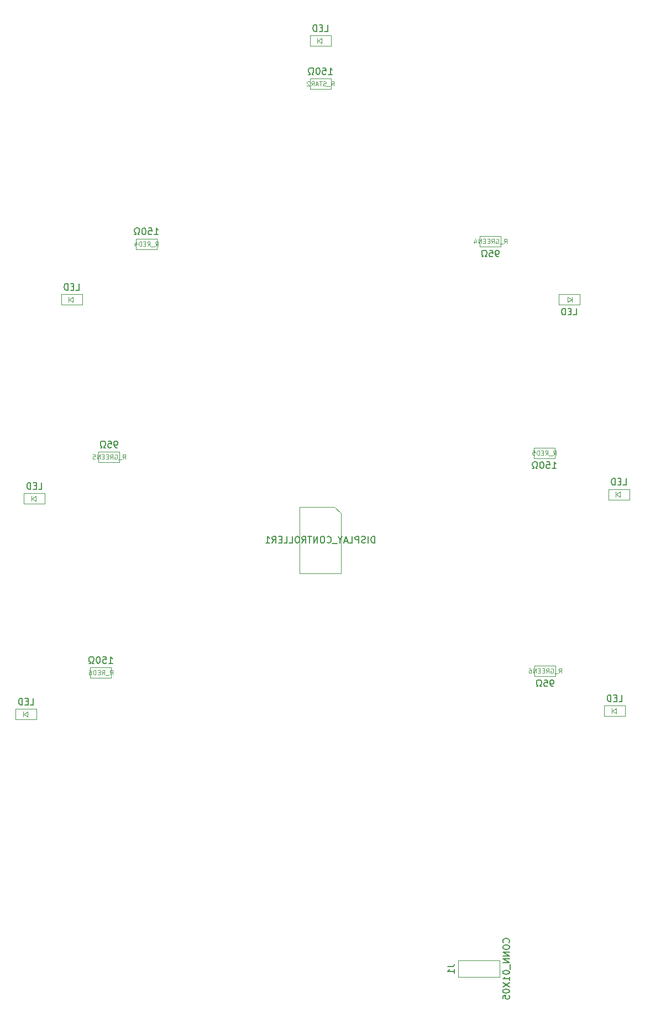
<source format=gbr>
G04 #@! TF.FileFunction,Other,Fab,Bot*
%FSLAX46Y46*%
G04 Gerber Fmt 4.6, Leading zero omitted, Abs format (unit mm)*
G04 Created by KiCad (PCBNEW 4.0.6) date Wednesday, September 13, 2017 'PMt' 07:39:43 PM*
%MOMM*%
%LPD*%
G01*
G04 APERTURE LIST*
%ADD10C,0.100000*%
%ADD11C,0.150000*%
%ADD12C,0.105000*%
G04 APERTURE END LIST*
D10*
X97425000Y-96520000D02*
X92075000Y-96520000D01*
X92075000Y-96520000D02*
X92075000Y-106680000D01*
X92075000Y-106680000D02*
X98425000Y-106680000D01*
X98425000Y-106680000D02*
X98425000Y-97520000D01*
X98425000Y-97520000D02*
X97425000Y-96520000D01*
X133750000Y-64770000D02*
X133150000Y-64370000D01*
X133150000Y-64370000D02*
X133150000Y-65170000D01*
X133150000Y-65170000D02*
X133750000Y-64770000D01*
X133800000Y-64370000D02*
X133800000Y-65170000D01*
X134950000Y-65570000D02*
X134950000Y-63970000D01*
X131750000Y-65570000D02*
X134950000Y-65570000D01*
X131750000Y-63970000D02*
X131750000Y-65570000D01*
X134950000Y-63970000D02*
X131750000Y-63970000D01*
X51035000Y-95250000D02*
X51635000Y-95650000D01*
X51635000Y-95650000D02*
X51635000Y-94850000D01*
X51635000Y-94850000D02*
X51035000Y-95250000D01*
X50985000Y-95650000D02*
X50985000Y-94850000D01*
X49835000Y-94450000D02*
X49835000Y-96050000D01*
X53035000Y-94450000D02*
X49835000Y-94450000D01*
X53035000Y-96050000D02*
X53035000Y-94450000D01*
X49835000Y-96050000D02*
X53035000Y-96050000D01*
X139935000Y-127762000D02*
X140535000Y-128162000D01*
X140535000Y-128162000D02*
X140535000Y-127362000D01*
X140535000Y-127362000D02*
X139935000Y-127762000D01*
X139885000Y-128162000D02*
X139885000Y-127362000D01*
X138735000Y-126962000D02*
X138735000Y-128562000D01*
X141935000Y-126962000D02*
X138735000Y-126962000D01*
X141935000Y-128562000D02*
X141935000Y-126962000D01*
X138735000Y-128562000D02*
X141935000Y-128562000D01*
X116332000Y-165989000D02*
X122682000Y-165989000D01*
X122682000Y-165989000D02*
X122682000Y-168529000D01*
X122682000Y-168529000D02*
X116332000Y-168529000D01*
X116332000Y-168529000D02*
X116332000Y-165989000D01*
X56750000Y-64770000D02*
X57350000Y-65170000D01*
X57350000Y-65170000D02*
X57350000Y-64370000D01*
X57350000Y-64370000D02*
X56750000Y-64770000D01*
X56700000Y-65170000D02*
X56700000Y-64370000D01*
X55550000Y-63970000D02*
X55550000Y-65570000D01*
X58750000Y-63970000D02*
X55550000Y-63970000D01*
X58750000Y-65570000D02*
X58750000Y-63970000D01*
X55550000Y-65570000D02*
X58750000Y-65570000D01*
X140570000Y-94615000D02*
X141170000Y-95015000D01*
X141170000Y-95015000D02*
X141170000Y-94215000D01*
X141170000Y-94215000D02*
X140570000Y-94615000D01*
X140520000Y-95015000D02*
X140520000Y-94215000D01*
X139370000Y-93815000D02*
X139370000Y-95415000D01*
X142570000Y-93815000D02*
X139370000Y-93815000D01*
X142570000Y-95415000D02*
X142570000Y-93815000D01*
X139370000Y-95415000D02*
X142570000Y-95415000D01*
X49765000Y-128270000D02*
X50365000Y-128670000D01*
X50365000Y-128670000D02*
X50365000Y-127870000D01*
X50365000Y-127870000D02*
X49765000Y-128270000D01*
X49715000Y-128670000D02*
X49715000Y-127870000D01*
X48565000Y-127470000D02*
X48565000Y-129070000D01*
X51765000Y-127470000D02*
X48565000Y-127470000D01*
X51765000Y-129070000D02*
X51765000Y-127470000D01*
X48565000Y-129070000D02*
X51765000Y-129070000D01*
X122885000Y-56680000D02*
X122885000Y-55080000D01*
X119685000Y-56680000D02*
X122885000Y-56680000D01*
X119685000Y-55080000D02*
X119685000Y-56680000D01*
X122885000Y-55080000D02*
X119685000Y-55080000D01*
X61265000Y-88100000D02*
X61265000Y-89700000D01*
X64465000Y-88100000D02*
X61265000Y-88100000D01*
X64465000Y-89700000D02*
X64465000Y-88100000D01*
X61265000Y-89700000D02*
X64465000Y-89700000D01*
X131267000Y-122466000D02*
X131267000Y-120866000D01*
X128067000Y-122466000D02*
X131267000Y-122466000D01*
X128067000Y-120866000D02*
X128067000Y-122466000D01*
X131267000Y-120866000D02*
X128067000Y-120866000D01*
X66980000Y-55461000D02*
X66980000Y-57061000D01*
X70180000Y-55461000D02*
X66980000Y-55461000D01*
X70180000Y-57061000D02*
X70180000Y-55461000D01*
X66980000Y-57061000D02*
X70180000Y-57061000D01*
X131140000Y-89065000D02*
X131140000Y-87465000D01*
X127940000Y-89065000D02*
X131140000Y-89065000D01*
X127940000Y-87465000D02*
X127940000Y-89065000D01*
X131140000Y-87465000D02*
X127940000Y-87465000D01*
X59995000Y-121120000D02*
X59995000Y-122720000D01*
X63195000Y-121120000D02*
X59995000Y-121120000D01*
X63195000Y-122720000D02*
X63195000Y-121120000D01*
X59995000Y-122720000D02*
X63195000Y-122720000D01*
X93650000Y-30950000D02*
X93650000Y-32550000D01*
X96850000Y-30950000D02*
X93650000Y-30950000D01*
X96850000Y-32550000D02*
X96850000Y-30950000D01*
X93650000Y-32550000D02*
X96850000Y-32550000D01*
X94850000Y-25146000D02*
X95450000Y-25546000D01*
X95450000Y-25546000D02*
X95450000Y-24746000D01*
X95450000Y-24746000D02*
X94850000Y-25146000D01*
X94800000Y-25546000D02*
X94800000Y-24746000D01*
X93650000Y-24346000D02*
X93650000Y-25946000D01*
X96850000Y-24346000D02*
X93650000Y-24346000D01*
X96850000Y-25946000D02*
X96850000Y-24346000D01*
X93650000Y-25946000D02*
X96850000Y-25946000D01*
D11*
X103559524Y-102052381D02*
X103559524Y-101052381D01*
X103321429Y-101052381D01*
X103178571Y-101100000D01*
X103083333Y-101195238D01*
X103035714Y-101290476D01*
X102988095Y-101480952D01*
X102988095Y-101623810D01*
X103035714Y-101814286D01*
X103083333Y-101909524D01*
X103178571Y-102004762D01*
X103321429Y-102052381D01*
X103559524Y-102052381D01*
X102559524Y-102052381D02*
X102559524Y-101052381D01*
X102130953Y-102004762D02*
X101988096Y-102052381D01*
X101750000Y-102052381D01*
X101654762Y-102004762D01*
X101607143Y-101957143D01*
X101559524Y-101861905D01*
X101559524Y-101766667D01*
X101607143Y-101671429D01*
X101654762Y-101623810D01*
X101750000Y-101576190D01*
X101940477Y-101528571D01*
X102035715Y-101480952D01*
X102083334Y-101433333D01*
X102130953Y-101338095D01*
X102130953Y-101242857D01*
X102083334Y-101147619D01*
X102035715Y-101100000D01*
X101940477Y-101052381D01*
X101702381Y-101052381D01*
X101559524Y-101100000D01*
X101130953Y-102052381D02*
X101130953Y-101052381D01*
X100750000Y-101052381D01*
X100654762Y-101100000D01*
X100607143Y-101147619D01*
X100559524Y-101242857D01*
X100559524Y-101385714D01*
X100607143Y-101480952D01*
X100654762Y-101528571D01*
X100750000Y-101576190D01*
X101130953Y-101576190D01*
X99654762Y-102052381D02*
X100130953Y-102052381D01*
X100130953Y-101052381D01*
X99369048Y-101766667D02*
X98892857Y-101766667D01*
X99464286Y-102052381D02*
X99130953Y-101052381D01*
X98797619Y-102052381D01*
X98273810Y-101576190D02*
X98273810Y-102052381D01*
X98607143Y-101052381D02*
X98273810Y-101576190D01*
X97940476Y-101052381D01*
X97845238Y-102147619D02*
X97083333Y-102147619D01*
X96273809Y-101957143D02*
X96321428Y-102004762D01*
X96464285Y-102052381D01*
X96559523Y-102052381D01*
X96702381Y-102004762D01*
X96797619Y-101909524D01*
X96845238Y-101814286D01*
X96892857Y-101623810D01*
X96892857Y-101480952D01*
X96845238Y-101290476D01*
X96797619Y-101195238D01*
X96702381Y-101100000D01*
X96559523Y-101052381D01*
X96464285Y-101052381D01*
X96321428Y-101100000D01*
X96273809Y-101147619D01*
X95654762Y-101052381D02*
X95464285Y-101052381D01*
X95369047Y-101100000D01*
X95273809Y-101195238D01*
X95226190Y-101385714D01*
X95226190Y-101719048D01*
X95273809Y-101909524D01*
X95369047Y-102004762D01*
X95464285Y-102052381D01*
X95654762Y-102052381D01*
X95750000Y-102004762D01*
X95845238Y-101909524D01*
X95892857Y-101719048D01*
X95892857Y-101385714D01*
X95845238Y-101195238D01*
X95750000Y-101100000D01*
X95654762Y-101052381D01*
X94797619Y-102052381D02*
X94797619Y-101052381D01*
X94226190Y-102052381D01*
X94226190Y-101052381D01*
X93892857Y-101052381D02*
X93321428Y-101052381D01*
X93607143Y-102052381D02*
X93607143Y-101052381D01*
X92416666Y-102052381D02*
X92750000Y-101576190D01*
X92988095Y-102052381D02*
X92988095Y-101052381D01*
X92607142Y-101052381D01*
X92511904Y-101100000D01*
X92464285Y-101147619D01*
X92416666Y-101242857D01*
X92416666Y-101385714D01*
X92464285Y-101480952D01*
X92511904Y-101528571D01*
X92607142Y-101576190D01*
X92988095Y-101576190D01*
X91797619Y-101052381D02*
X91607142Y-101052381D01*
X91511904Y-101100000D01*
X91416666Y-101195238D01*
X91369047Y-101385714D01*
X91369047Y-101719048D01*
X91416666Y-101909524D01*
X91511904Y-102004762D01*
X91607142Y-102052381D01*
X91797619Y-102052381D01*
X91892857Y-102004762D01*
X91988095Y-101909524D01*
X92035714Y-101719048D01*
X92035714Y-101385714D01*
X91988095Y-101195238D01*
X91892857Y-101100000D01*
X91797619Y-101052381D01*
X90464285Y-102052381D02*
X90940476Y-102052381D01*
X90940476Y-101052381D01*
X89654761Y-102052381D02*
X90130952Y-102052381D01*
X90130952Y-101052381D01*
X89321428Y-101528571D02*
X88988094Y-101528571D01*
X88845237Y-102052381D02*
X89321428Y-102052381D01*
X89321428Y-101052381D01*
X88845237Y-101052381D01*
X87845237Y-102052381D02*
X88178571Y-101576190D01*
X88416666Y-102052381D02*
X88416666Y-101052381D01*
X88035713Y-101052381D01*
X87940475Y-101100000D01*
X87892856Y-101147619D01*
X87845237Y-101242857D01*
X87845237Y-101385714D01*
X87892856Y-101480952D01*
X87940475Y-101528571D01*
X88035713Y-101576190D01*
X88416666Y-101576190D01*
X86892856Y-102052381D02*
X87464285Y-102052381D01*
X87178571Y-102052381D02*
X87178571Y-101052381D01*
X87273809Y-101195238D01*
X87369047Y-101290476D01*
X87464285Y-101338095D01*
X133992857Y-67122381D02*
X134469048Y-67122381D01*
X134469048Y-66122381D01*
X133659524Y-66598571D02*
X133326190Y-66598571D01*
X133183333Y-67122381D02*
X133659524Y-67122381D01*
X133659524Y-66122381D01*
X133183333Y-66122381D01*
X132754762Y-67122381D02*
X132754762Y-66122381D01*
X132516667Y-66122381D01*
X132373809Y-66170000D01*
X132278571Y-66265238D01*
X132230952Y-66360476D01*
X132183333Y-66550952D01*
X132183333Y-66693810D01*
X132230952Y-66884286D01*
X132278571Y-66979524D01*
X132373809Y-67074762D01*
X132516667Y-67122381D01*
X132754762Y-67122381D01*
X52077857Y-93802381D02*
X52554048Y-93802381D01*
X52554048Y-92802381D01*
X51744524Y-93278571D02*
X51411190Y-93278571D01*
X51268333Y-93802381D02*
X51744524Y-93802381D01*
X51744524Y-92802381D01*
X51268333Y-92802381D01*
X50839762Y-93802381D02*
X50839762Y-92802381D01*
X50601667Y-92802381D01*
X50458809Y-92850000D01*
X50363571Y-92945238D01*
X50315952Y-93040476D01*
X50268333Y-93230952D01*
X50268333Y-93373810D01*
X50315952Y-93564286D01*
X50363571Y-93659524D01*
X50458809Y-93754762D01*
X50601667Y-93802381D01*
X50839762Y-93802381D01*
X140977857Y-126314381D02*
X141454048Y-126314381D01*
X141454048Y-125314381D01*
X140644524Y-125790571D02*
X140311190Y-125790571D01*
X140168333Y-126314381D02*
X140644524Y-126314381D01*
X140644524Y-125314381D01*
X140168333Y-125314381D01*
X139739762Y-126314381D02*
X139739762Y-125314381D01*
X139501667Y-125314381D01*
X139358809Y-125362000D01*
X139263571Y-125457238D01*
X139215952Y-125552476D01*
X139168333Y-125742952D01*
X139168333Y-125885810D01*
X139215952Y-126076286D01*
X139263571Y-126171524D01*
X139358809Y-126266762D01*
X139501667Y-126314381D01*
X139739762Y-126314381D01*
X124099143Y-163235191D02*
X124146762Y-163187572D01*
X124194381Y-163044715D01*
X124194381Y-162949477D01*
X124146762Y-162806619D01*
X124051524Y-162711381D01*
X123956286Y-162663762D01*
X123765810Y-162616143D01*
X123622952Y-162616143D01*
X123432476Y-162663762D01*
X123337238Y-162711381D01*
X123242000Y-162806619D01*
X123194381Y-162949477D01*
X123194381Y-163044715D01*
X123242000Y-163187572D01*
X123289619Y-163235191D01*
X123194381Y-163854238D02*
X123194381Y-164044715D01*
X123242000Y-164139953D01*
X123337238Y-164235191D01*
X123527714Y-164282810D01*
X123861048Y-164282810D01*
X124051524Y-164235191D01*
X124146762Y-164139953D01*
X124194381Y-164044715D01*
X124194381Y-163854238D01*
X124146762Y-163759000D01*
X124051524Y-163663762D01*
X123861048Y-163616143D01*
X123527714Y-163616143D01*
X123337238Y-163663762D01*
X123242000Y-163759000D01*
X123194381Y-163854238D01*
X124194381Y-164711381D02*
X123194381Y-164711381D01*
X124194381Y-165282810D01*
X123194381Y-165282810D01*
X124194381Y-165759000D02*
X123194381Y-165759000D01*
X124194381Y-166330429D01*
X123194381Y-166330429D01*
X124289619Y-166568524D02*
X124289619Y-167330429D01*
X123194381Y-167759000D02*
X123194381Y-167854239D01*
X123242000Y-167949477D01*
X123289619Y-167997096D01*
X123384857Y-168044715D01*
X123575333Y-168092334D01*
X123813429Y-168092334D01*
X124003905Y-168044715D01*
X124099143Y-167997096D01*
X124146762Y-167949477D01*
X124194381Y-167854239D01*
X124194381Y-167759000D01*
X124146762Y-167663762D01*
X124099143Y-167616143D01*
X124003905Y-167568524D01*
X123813429Y-167520905D01*
X123575333Y-167520905D01*
X123384857Y-167568524D01*
X123289619Y-167616143D01*
X123242000Y-167663762D01*
X123194381Y-167759000D01*
X124194381Y-169044715D02*
X124194381Y-168473286D01*
X124194381Y-168759000D02*
X123194381Y-168759000D01*
X123337238Y-168663762D01*
X123432476Y-168568524D01*
X123480095Y-168473286D01*
X123194381Y-169378048D02*
X124194381Y-170044715D01*
X123194381Y-170044715D02*
X124194381Y-169378048D01*
X123194381Y-170616143D02*
X123194381Y-170711382D01*
X123242000Y-170806620D01*
X123289619Y-170854239D01*
X123384857Y-170901858D01*
X123575333Y-170949477D01*
X123813429Y-170949477D01*
X124003905Y-170901858D01*
X124099143Y-170854239D01*
X124146762Y-170806620D01*
X124194381Y-170711382D01*
X124194381Y-170616143D01*
X124146762Y-170520905D01*
X124099143Y-170473286D01*
X124003905Y-170425667D01*
X123813429Y-170378048D01*
X123575333Y-170378048D01*
X123384857Y-170425667D01*
X123289619Y-170473286D01*
X123242000Y-170520905D01*
X123194381Y-170616143D01*
X123194381Y-171854239D02*
X123194381Y-171378048D01*
X123670571Y-171330429D01*
X123622952Y-171378048D01*
X123575333Y-171473286D01*
X123575333Y-171711382D01*
X123622952Y-171806620D01*
X123670571Y-171854239D01*
X123765810Y-171901858D01*
X124003905Y-171901858D01*
X124099143Y-171854239D01*
X124146762Y-171806620D01*
X124194381Y-171711382D01*
X124194381Y-171473286D01*
X124146762Y-171378048D01*
X124099143Y-171330429D01*
X114724381Y-166925667D02*
X115438667Y-166925667D01*
X115581524Y-166878047D01*
X115676762Y-166782809D01*
X115724381Y-166639952D01*
X115724381Y-166544714D01*
X115724381Y-167925667D02*
X115724381Y-167354238D01*
X115724381Y-167639952D02*
X114724381Y-167639952D01*
X114867238Y-167544714D01*
X114962476Y-167449476D01*
X115010095Y-167354238D01*
X57792857Y-63322381D02*
X58269048Y-63322381D01*
X58269048Y-62322381D01*
X57459524Y-62798571D02*
X57126190Y-62798571D01*
X56983333Y-63322381D02*
X57459524Y-63322381D01*
X57459524Y-62322381D01*
X56983333Y-62322381D01*
X56554762Y-63322381D02*
X56554762Y-62322381D01*
X56316667Y-62322381D01*
X56173809Y-62370000D01*
X56078571Y-62465238D01*
X56030952Y-62560476D01*
X55983333Y-62750952D01*
X55983333Y-62893810D01*
X56030952Y-63084286D01*
X56078571Y-63179524D01*
X56173809Y-63274762D01*
X56316667Y-63322381D01*
X56554762Y-63322381D01*
X141612857Y-93167381D02*
X142089048Y-93167381D01*
X142089048Y-92167381D01*
X141279524Y-92643571D02*
X140946190Y-92643571D01*
X140803333Y-93167381D02*
X141279524Y-93167381D01*
X141279524Y-92167381D01*
X140803333Y-92167381D01*
X140374762Y-93167381D02*
X140374762Y-92167381D01*
X140136667Y-92167381D01*
X139993809Y-92215000D01*
X139898571Y-92310238D01*
X139850952Y-92405476D01*
X139803333Y-92595952D01*
X139803333Y-92738810D01*
X139850952Y-92929286D01*
X139898571Y-93024524D01*
X139993809Y-93119762D01*
X140136667Y-93167381D01*
X140374762Y-93167381D01*
X50807857Y-126822381D02*
X51284048Y-126822381D01*
X51284048Y-125822381D01*
X50474524Y-126298571D02*
X50141190Y-126298571D01*
X49998333Y-126822381D02*
X50474524Y-126822381D01*
X50474524Y-125822381D01*
X49998333Y-125822381D01*
X49569762Y-126822381D02*
X49569762Y-125822381D01*
X49331667Y-125822381D01*
X49188809Y-125870000D01*
X49093571Y-125965238D01*
X49045952Y-126060476D01*
X48998333Y-126250952D01*
X48998333Y-126393810D01*
X49045952Y-126584286D01*
X49093571Y-126679524D01*
X49188809Y-126774762D01*
X49331667Y-126822381D01*
X49569762Y-126822381D01*
X122523095Y-58232381D02*
X122332619Y-58232381D01*
X122237380Y-58184762D01*
X122189761Y-58137143D01*
X122094523Y-57994286D01*
X122046904Y-57803810D01*
X122046904Y-57422857D01*
X122094523Y-57327619D01*
X122142142Y-57280000D01*
X122237380Y-57232381D01*
X122427857Y-57232381D01*
X122523095Y-57280000D01*
X122570714Y-57327619D01*
X122618333Y-57422857D01*
X122618333Y-57660952D01*
X122570714Y-57756190D01*
X122523095Y-57803810D01*
X122427857Y-57851429D01*
X122237380Y-57851429D01*
X122142142Y-57803810D01*
X122094523Y-57756190D01*
X122046904Y-57660952D01*
X121142142Y-57232381D02*
X121618333Y-57232381D01*
X121665952Y-57708571D01*
X121618333Y-57660952D01*
X121523095Y-57613333D01*
X121284999Y-57613333D01*
X121189761Y-57660952D01*
X121142142Y-57708571D01*
X121094523Y-57803810D01*
X121094523Y-58041905D01*
X121142142Y-58137143D01*
X121189761Y-58184762D01*
X121284999Y-58232381D01*
X121523095Y-58232381D01*
X121618333Y-58184762D01*
X121665952Y-58137143D01*
X120713571Y-58232381D02*
X120475476Y-58232381D01*
X120475476Y-58041905D01*
X120570714Y-57994286D01*
X120665952Y-57899048D01*
X120713571Y-57756190D01*
X120713571Y-57518095D01*
X120665952Y-57375238D01*
X120570714Y-57280000D01*
X120427857Y-57232381D01*
X120237380Y-57232381D01*
X120094523Y-57280000D01*
X119999285Y-57375238D01*
X119951666Y-57518095D01*
X119951666Y-57756190D01*
X119999285Y-57899048D01*
X120094523Y-57994286D01*
X120189761Y-58041905D01*
X120189761Y-58232381D01*
X119951666Y-58232381D01*
D12*
X123368332Y-56196667D02*
X123601666Y-55863333D01*
X123768332Y-56196667D02*
X123768332Y-55496667D01*
X123501666Y-55496667D01*
X123434999Y-55530000D01*
X123401666Y-55563333D01*
X123368332Y-55630000D01*
X123368332Y-55730000D01*
X123401666Y-55796667D01*
X123434999Y-55830000D01*
X123501666Y-55863333D01*
X123768332Y-55863333D01*
X123234999Y-56263333D02*
X122701666Y-56263333D01*
X122168333Y-55530000D02*
X122234999Y-55496667D01*
X122334999Y-55496667D01*
X122434999Y-55530000D01*
X122501666Y-55596667D01*
X122534999Y-55663333D01*
X122568333Y-55796667D01*
X122568333Y-55896667D01*
X122534999Y-56030000D01*
X122501666Y-56096667D01*
X122434999Y-56163333D01*
X122334999Y-56196667D01*
X122268333Y-56196667D01*
X122168333Y-56163333D01*
X122134999Y-56130000D01*
X122134999Y-55896667D01*
X122268333Y-55896667D01*
X121434999Y-56196667D02*
X121668333Y-55863333D01*
X121834999Y-56196667D02*
X121834999Y-55496667D01*
X121568333Y-55496667D01*
X121501666Y-55530000D01*
X121468333Y-55563333D01*
X121434999Y-55630000D01*
X121434999Y-55730000D01*
X121468333Y-55796667D01*
X121501666Y-55830000D01*
X121568333Y-55863333D01*
X121834999Y-55863333D01*
X121134999Y-55830000D02*
X120901666Y-55830000D01*
X120801666Y-56196667D02*
X121134999Y-56196667D01*
X121134999Y-55496667D01*
X120801666Y-55496667D01*
X120501666Y-55830000D02*
X120268333Y-55830000D01*
X120168333Y-56196667D02*
X120501666Y-56196667D01*
X120501666Y-55496667D01*
X120168333Y-55496667D01*
X119868333Y-56196667D02*
X119868333Y-55496667D01*
X119468333Y-56196667D01*
X119468333Y-55496667D01*
X118835000Y-55730000D02*
X118835000Y-56196667D01*
X119001667Y-55463333D02*
X119168334Y-55963333D01*
X118735000Y-55963333D01*
D11*
X64103095Y-87452381D02*
X63912619Y-87452381D01*
X63817380Y-87404762D01*
X63769761Y-87357143D01*
X63674523Y-87214286D01*
X63626904Y-87023810D01*
X63626904Y-86642857D01*
X63674523Y-86547619D01*
X63722142Y-86500000D01*
X63817380Y-86452381D01*
X64007857Y-86452381D01*
X64103095Y-86500000D01*
X64150714Y-86547619D01*
X64198333Y-86642857D01*
X64198333Y-86880952D01*
X64150714Y-86976190D01*
X64103095Y-87023810D01*
X64007857Y-87071429D01*
X63817380Y-87071429D01*
X63722142Y-87023810D01*
X63674523Y-86976190D01*
X63626904Y-86880952D01*
X62722142Y-86452381D02*
X63198333Y-86452381D01*
X63245952Y-86928571D01*
X63198333Y-86880952D01*
X63103095Y-86833333D01*
X62864999Y-86833333D01*
X62769761Y-86880952D01*
X62722142Y-86928571D01*
X62674523Y-87023810D01*
X62674523Y-87261905D01*
X62722142Y-87357143D01*
X62769761Y-87404762D01*
X62864999Y-87452381D01*
X63103095Y-87452381D01*
X63198333Y-87404762D01*
X63245952Y-87357143D01*
X62293571Y-87452381D02*
X62055476Y-87452381D01*
X62055476Y-87261905D01*
X62150714Y-87214286D01*
X62245952Y-87119048D01*
X62293571Y-86976190D01*
X62293571Y-86738095D01*
X62245952Y-86595238D01*
X62150714Y-86500000D01*
X62007857Y-86452381D01*
X61817380Y-86452381D01*
X61674523Y-86500000D01*
X61579285Y-86595238D01*
X61531666Y-86738095D01*
X61531666Y-86976190D01*
X61579285Y-87119048D01*
X61674523Y-87214286D01*
X61769761Y-87261905D01*
X61769761Y-87452381D01*
X61531666Y-87452381D01*
D12*
X64948332Y-89216667D02*
X65181666Y-88883333D01*
X65348332Y-89216667D02*
X65348332Y-88516667D01*
X65081666Y-88516667D01*
X65014999Y-88550000D01*
X64981666Y-88583333D01*
X64948332Y-88650000D01*
X64948332Y-88750000D01*
X64981666Y-88816667D01*
X65014999Y-88850000D01*
X65081666Y-88883333D01*
X65348332Y-88883333D01*
X64814999Y-89283333D02*
X64281666Y-89283333D01*
X63748333Y-88550000D02*
X63814999Y-88516667D01*
X63914999Y-88516667D01*
X64014999Y-88550000D01*
X64081666Y-88616667D01*
X64114999Y-88683333D01*
X64148333Y-88816667D01*
X64148333Y-88916667D01*
X64114999Y-89050000D01*
X64081666Y-89116667D01*
X64014999Y-89183333D01*
X63914999Y-89216667D01*
X63848333Y-89216667D01*
X63748333Y-89183333D01*
X63714999Y-89150000D01*
X63714999Y-88916667D01*
X63848333Y-88916667D01*
X63014999Y-89216667D02*
X63248333Y-88883333D01*
X63414999Y-89216667D02*
X63414999Y-88516667D01*
X63148333Y-88516667D01*
X63081666Y-88550000D01*
X63048333Y-88583333D01*
X63014999Y-88650000D01*
X63014999Y-88750000D01*
X63048333Y-88816667D01*
X63081666Y-88850000D01*
X63148333Y-88883333D01*
X63414999Y-88883333D01*
X62714999Y-88850000D02*
X62481666Y-88850000D01*
X62381666Y-89216667D02*
X62714999Y-89216667D01*
X62714999Y-88516667D01*
X62381666Y-88516667D01*
X62081666Y-88850000D02*
X61848333Y-88850000D01*
X61748333Y-89216667D02*
X62081666Y-89216667D01*
X62081666Y-88516667D01*
X61748333Y-88516667D01*
X61448333Y-89216667D02*
X61448333Y-88516667D01*
X61048333Y-89216667D01*
X61048333Y-88516667D01*
X60381667Y-88516667D02*
X60715000Y-88516667D01*
X60748334Y-88850000D01*
X60715000Y-88816667D01*
X60648334Y-88783333D01*
X60481667Y-88783333D01*
X60415000Y-88816667D01*
X60381667Y-88850000D01*
X60348334Y-88916667D01*
X60348334Y-89083333D01*
X60381667Y-89150000D01*
X60415000Y-89183333D01*
X60481667Y-89216667D01*
X60648334Y-89216667D01*
X60715000Y-89183333D01*
X60748334Y-89150000D01*
D11*
X130905095Y-124018381D02*
X130714619Y-124018381D01*
X130619380Y-123970762D01*
X130571761Y-123923143D01*
X130476523Y-123780286D01*
X130428904Y-123589810D01*
X130428904Y-123208857D01*
X130476523Y-123113619D01*
X130524142Y-123066000D01*
X130619380Y-123018381D01*
X130809857Y-123018381D01*
X130905095Y-123066000D01*
X130952714Y-123113619D01*
X131000333Y-123208857D01*
X131000333Y-123446952D01*
X130952714Y-123542190D01*
X130905095Y-123589810D01*
X130809857Y-123637429D01*
X130619380Y-123637429D01*
X130524142Y-123589810D01*
X130476523Y-123542190D01*
X130428904Y-123446952D01*
X129524142Y-123018381D02*
X130000333Y-123018381D01*
X130047952Y-123494571D01*
X130000333Y-123446952D01*
X129905095Y-123399333D01*
X129666999Y-123399333D01*
X129571761Y-123446952D01*
X129524142Y-123494571D01*
X129476523Y-123589810D01*
X129476523Y-123827905D01*
X129524142Y-123923143D01*
X129571761Y-123970762D01*
X129666999Y-124018381D01*
X129905095Y-124018381D01*
X130000333Y-123970762D01*
X130047952Y-123923143D01*
X129095571Y-124018381D02*
X128857476Y-124018381D01*
X128857476Y-123827905D01*
X128952714Y-123780286D01*
X129047952Y-123685048D01*
X129095571Y-123542190D01*
X129095571Y-123304095D01*
X129047952Y-123161238D01*
X128952714Y-123066000D01*
X128809857Y-123018381D01*
X128619380Y-123018381D01*
X128476523Y-123066000D01*
X128381285Y-123161238D01*
X128333666Y-123304095D01*
X128333666Y-123542190D01*
X128381285Y-123685048D01*
X128476523Y-123780286D01*
X128571761Y-123827905D01*
X128571761Y-124018381D01*
X128333666Y-124018381D01*
D12*
X131750332Y-121982667D02*
X131983666Y-121649333D01*
X132150332Y-121982667D02*
X132150332Y-121282667D01*
X131883666Y-121282667D01*
X131816999Y-121316000D01*
X131783666Y-121349333D01*
X131750332Y-121416000D01*
X131750332Y-121516000D01*
X131783666Y-121582667D01*
X131816999Y-121616000D01*
X131883666Y-121649333D01*
X132150332Y-121649333D01*
X131616999Y-122049333D02*
X131083666Y-122049333D01*
X130550333Y-121316000D02*
X130616999Y-121282667D01*
X130716999Y-121282667D01*
X130816999Y-121316000D01*
X130883666Y-121382667D01*
X130916999Y-121449333D01*
X130950333Y-121582667D01*
X130950333Y-121682667D01*
X130916999Y-121816000D01*
X130883666Y-121882667D01*
X130816999Y-121949333D01*
X130716999Y-121982667D01*
X130650333Y-121982667D01*
X130550333Y-121949333D01*
X130516999Y-121916000D01*
X130516999Y-121682667D01*
X130650333Y-121682667D01*
X129816999Y-121982667D02*
X130050333Y-121649333D01*
X130216999Y-121982667D02*
X130216999Y-121282667D01*
X129950333Y-121282667D01*
X129883666Y-121316000D01*
X129850333Y-121349333D01*
X129816999Y-121416000D01*
X129816999Y-121516000D01*
X129850333Y-121582667D01*
X129883666Y-121616000D01*
X129950333Y-121649333D01*
X130216999Y-121649333D01*
X129516999Y-121616000D02*
X129283666Y-121616000D01*
X129183666Y-121982667D02*
X129516999Y-121982667D01*
X129516999Y-121282667D01*
X129183666Y-121282667D01*
X128883666Y-121616000D02*
X128650333Y-121616000D01*
X128550333Y-121982667D02*
X128883666Y-121982667D01*
X128883666Y-121282667D01*
X128550333Y-121282667D01*
X128250333Y-121982667D02*
X128250333Y-121282667D01*
X127850333Y-121982667D01*
X127850333Y-121282667D01*
X127217000Y-121282667D02*
X127350334Y-121282667D01*
X127417000Y-121316000D01*
X127450334Y-121349333D01*
X127517000Y-121449333D01*
X127550334Y-121582667D01*
X127550334Y-121849333D01*
X127517000Y-121916000D01*
X127483667Y-121949333D01*
X127417000Y-121982667D01*
X127283667Y-121982667D01*
X127217000Y-121949333D01*
X127183667Y-121916000D01*
X127150334Y-121849333D01*
X127150334Y-121682667D01*
X127183667Y-121616000D01*
X127217000Y-121582667D01*
X127283667Y-121549333D01*
X127417000Y-121549333D01*
X127483667Y-121582667D01*
X127517000Y-121616000D01*
X127550334Y-121682667D01*
D11*
X69818095Y-54813381D02*
X70389524Y-54813381D01*
X70103810Y-54813381D02*
X70103810Y-53813381D01*
X70199048Y-53956238D01*
X70294286Y-54051476D01*
X70389524Y-54099095D01*
X68913333Y-53813381D02*
X69389524Y-53813381D01*
X69437143Y-54289571D01*
X69389524Y-54241952D01*
X69294286Y-54194333D01*
X69056190Y-54194333D01*
X68960952Y-54241952D01*
X68913333Y-54289571D01*
X68865714Y-54384810D01*
X68865714Y-54622905D01*
X68913333Y-54718143D01*
X68960952Y-54765762D01*
X69056190Y-54813381D01*
X69294286Y-54813381D01*
X69389524Y-54765762D01*
X69437143Y-54718143D01*
X68246667Y-53813381D02*
X68151428Y-53813381D01*
X68056190Y-53861000D01*
X68008571Y-53908619D01*
X67960952Y-54003857D01*
X67913333Y-54194333D01*
X67913333Y-54432429D01*
X67960952Y-54622905D01*
X68008571Y-54718143D01*
X68056190Y-54765762D01*
X68151428Y-54813381D01*
X68246667Y-54813381D01*
X68341905Y-54765762D01*
X68389524Y-54718143D01*
X68437143Y-54622905D01*
X68484762Y-54432429D01*
X68484762Y-54194333D01*
X68437143Y-54003857D01*
X68389524Y-53908619D01*
X68341905Y-53861000D01*
X68246667Y-53813381D01*
X67532381Y-54813381D02*
X67294286Y-54813381D01*
X67294286Y-54622905D01*
X67389524Y-54575286D01*
X67484762Y-54480048D01*
X67532381Y-54337190D01*
X67532381Y-54099095D01*
X67484762Y-53956238D01*
X67389524Y-53861000D01*
X67246667Y-53813381D01*
X67056190Y-53813381D01*
X66913333Y-53861000D01*
X66818095Y-53956238D01*
X66770476Y-54099095D01*
X66770476Y-54337190D01*
X66818095Y-54480048D01*
X66913333Y-54575286D01*
X67008571Y-54622905D01*
X67008571Y-54813381D01*
X66770476Y-54813381D01*
D12*
X69979999Y-56577667D02*
X70213333Y-56244333D01*
X70379999Y-56577667D02*
X70379999Y-55877667D01*
X70113333Y-55877667D01*
X70046666Y-55911000D01*
X70013333Y-55944333D01*
X69979999Y-56011000D01*
X69979999Y-56111000D01*
X70013333Y-56177667D01*
X70046666Y-56211000D01*
X70113333Y-56244333D01*
X70379999Y-56244333D01*
X69846666Y-56644333D02*
X69313333Y-56644333D01*
X68746666Y-56577667D02*
X68980000Y-56244333D01*
X69146666Y-56577667D02*
X69146666Y-55877667D01*
X68880000Y-55877667D01*
X68813333Y-55911000D01*
X68780000Y-55944333D01*
X68746666Y-56011000D01*
X68746666Y-56111000D01*
X68780000Y-56177667D01*
X68813333Y-56211000D01*
X68880000Y-56244333D01*
X69146666Y-56244333D01*
X68446666Y-56211000D02*
X68213333Y-56211000D01*
X68113333Y-56577667D02*
X68446666Y-56577667D01*
X68446666Y-55877667D01*
X68113333Y-55877667D01*
X67813333Y-56577667D02*
X67813333Y-55877667D01*
X67646667Y-55877667D01*
X67546667Y-55911000D01*
X67480000Y-55977667D01*
X67446667Y-56044333D01*
X67413333Y-56177667D01*
X67413333Y-56277667D01*
X67446667Y-56411000D01*
X67480000Y-56477667D01*
X67546667Y-56544333D01*
X67646667Y-56577667D01*
X67813333Y-56577667D01*
X66813333Y-56111000D02*
X66813333Y-56577667D01*
X66980000Y-55844333D02*
X67146667Y-56344333D01*
X66713333Y-56344333D01*
D11*
X130778095Y-90617381D02*
X131349524Y-90617381D01*
X131063810Y-90617381D02*
X131063810Y-89617381D01*
X131159048Y-89760238D01*
X131254286Y-89855476D01*
X131349524Y-89903095D01*
X129873333Y-89617381D02*
X130349524Y-89617381D01*
X130397143Y-90093571D01*
X130349524Y-90045952D01*
X130254286Y-89998333D01*
X130016190Y-89998333D01*
X129920952Y-90045952D01*
X129873333Y-90093571D01*
X129825714Y-90188810D01*
X129825714Y-90426905D01*
X129873333Y-90522143D01*
X129920952Y-90569762D01*
X130016190Y-90617381D01*
X130254286Y-90617381D01*
X130349524Y-90569762D01*
X130397143Y-90522143D01*
X129206667Y-89617381D02*
X129111428Y-89617381D01*
X129016190Y-89665000D01*
X128968571Y-89712619D01*
X128920952Y-89807857D01*
X128873333Y-89998333D01*
X128873333Y-90236429D01*
X128920952Y-90426905D01*
X128968571Y-90522143D01*
X129016190Y-90569762D01*
X129111428Y-90617381D01*
X129206667Y-90617381D01*
X129301905Y-90569762D01*
X129349524Y-90522143D01*
X129397143Y-90426905D01*
X129444762Y-90236429D01*
X129444762Y-89998333D01*
X129397143Y-89807857D01*
X129349524Y-89712619D01*
X129301905Y-89665000D01*
X129206667Y-89617381D01*
X128492381Y-90617381D02*
X128254286Y-90617381D01*
X128254286Y-90426905D01*
X128349524Y-90379286D01*
X128444762Y-90284048D01*
X128492381Y-90141190D01*
X128492381Y-89903095D01*
X128444762Y-89760238D01*
X128349524Y-89665000D01*
X128206667Y-89617381D01*
X128016190Y-89617381D01*
X127873333Y-89665000D01*
X127778095Y-89760238D01*
X127730476Y-89903095D01*
X127730476Y-90141190D01*
X127778095Y-90284048D01*
X127873333Y-90379286D01*
X127968571Y-90426905D01*
X127968571Y-90617381D01*
X127730476Y-90617381D01*
D12*
X130939999Y-88581667D02*
X131173333Y-88248333D01*
X131339999Y-88581667D02*
X131339999Y-87881667D01*
X131073333Y-87881667D01*
X131006666Y-87915000D01*
X130973333Y-87948333D01*
X130939999Y-88015000D01*
X130939999Y-88115000D01*
X130973333Y-88181667D01*
X131006666Y-88215000D01*
X131073333Y-88248333D01*
X131339999Y-88248333D01*
X130806666Y-88648333D02*
X130273333Y-88648333D01*
X129706666Y-88581667D02*
X129940000Y-88248333D01*
X130106666Y-88581667D02*
X130106666Y-87881667D01*
X129840000Y-87881667D01*
X129773333Y-87915000D01*
X129740000Y-87948333D01*
X129706666Y-88015000D01*
X129706666Y-88115000D01*
X129740000Y-88181667D01*
X129773333Y-88215000D01*
X129840000Y-88248333D01*
X130106666Y-88248333D01*
X129406666Y-88215000D02*
X129173333Y-88215000D01*
X129073333Y-88581667D02*
X129406666Y-88581667D01*
X129406666Y-87881667D01*
X129073333Y-87881667D01*
X128773333Y-88581667D02*
X128773333Y-87881667D01*
X128606667Y-87881667D01*
X128506667Y-87915000D01*
X128440000Y-87981667D01*
X128406667Y-88048333D01*
X128373333Y-88181667D01*
X128373333Y-88281667D01*
X128406667Y-88415000D01*
X128440000Y-88481667D01*
X128506667Y-88548333D01*
X128606667Y-88581667D01*
X128773333Y-88581667D01*
X127740000Y-87881667D02*
X128073333Y-87881667D01*
X128106667Y-88215000D01*
X128073333Y-88181667D01*
X128006667Y-88148333D01*
X127840000Y-88148333D01*
X127773333Y-88181667D01*
X127740000Y-88215000D01*
X127706667Y-88281667D01*
X127706667Y-88448333D01*
X127740000Y-88515000D01*
X127773333Y-88548333D01*
X127840000Y-88581667D01*
X128006667Y-88581667D01*
X128073333Y-88548333D01*
X128106667Y-88515000D01*
D11*
X62833095Y-120472381D02*
X63404524Y-120472381D01*
X63118810Y-120472381D02*
X63118810Y-119472381D01*
X63214048Y-119615238D01*
X63309286Y-119710476D01*
X63404524Y-119758095D01*
X61928333Y-119472381D02*
X62404524Y-119472381D01*
X62452143Y-119948571D01*
X62404524Y-119900952D01*
X62309286Y-119853333D01*
X62071190Y-119853333D01*
X61975952Y-119900952D01*
X61928333Y-119948571D01*
X61880714Y-120043810D01*
X61880714Y-120281905D01*
X61928333Y-120377143D01*
X61975952Y-120424762D01*
X62071190Y-120472381D01*
X62309286Y-120472381D01*
X62404524Y-120424762D01*
X62452143Y-120377143D01*
X61261667Y-119472381D02*
X61166428Y-119472381D01*
X61071190Y-119520000D01*
X61023571Y-119567619D01*
X60975952Y-119662857D01*
X60928333Y-119853333D01*
X60928333Y-120091429D01*
X60975952Y-120281905D01*
X61023571Y-120377143D01*
X61071190Y-120424762D01*
X61166428Y-120472381D01*
X61261667Y-120472381D01*
X61356905Y-120424762D01*
X61404524Y-120377143D01*
X61452143Y-120281905D01*
X61499762Y-120091429D01*
X61499762Y-119853333D01*
X61452143Y-119662857D01*
X61404524Y-119567619D01*
X61356905Y-119520000D01*
X61261667Y-119472381D01*
X60547381Y-120472381D02*
X60309286Y-120472381D01*
X60309286Y-120281905D01*
X60404524Y-120234286D01*
X60499762Y-120139048D01*
X60547381Y-119996190D01*
X60547381Y-119758095D01*
X60499762Y-119615238D01*
X60404524Y-119520000D01*
X60261667Y-119472381D01*
X60071190Y-119472381D01*
X59928333Y-119520000D01*
X59833095Y-119615238D01*
X59785476Y-119758095D01*
X59785476Y-119996190D01*
X59833095Y-120139048D01*
X59928333Y-120234286D01*
X60023571Y-120281905D01*
X60023571Y-120472381D01*
X59785476Y-120472381D01*
D12*
X62994999Y-122236667D02*
X63228333Y-121903333D01*
X63394999Y-122236667D02*
X63394999Y-121536667D01*
X63128333Y-121536667D01*
X63061666Y-121570000D01*
X63028333Y-121603333D01*
X62994999Y-121670000D01*
X62994999Y-121770000D01*
X63028333Y-121836667D01*
X63061666Y-121870000D01*
X63128333Y-121903333D01*
X63394999Y-121903333D01*
X62861666Y-122303333D02*
X62328333Y-122303333D01*
X61761666Y-122236667D02*
X61995000Y-121903333D01*
X62161666Y-122236667D02*
X62161666Y-121536667D01*
X61895000Y-121536667D01*
X61828333Y-121570000D01*
X61795000Y-121603333D01*
X61761666Y-121670000D01*
X61761666Y-121770000D01*
X61795000Y-121836667D01*
X61828333Y-121870000D01*
X61895000Y-121903333D01*
X62161666Y-121903333D01*
X61461666Y-121870000D02*
X61228333Y-121870000D01*
X61128333Y-122236667D02*
X61461666Y-122236667D01*
X61461666Y-121536667D01*
X61128333Y-121536667D01*
X60828333Y-122236667D02*
X60828333Y-121536667D01*
X60661667Y-121536667D01*
X60561667Y-121570000D01*
X60495000Y-121636667D01*
X60461667Y-121703333D01*
X60428333Y-121836667D01*
X60428333Y-121936667D01*
X60461667Y-122070000D01*
X60495000Y-122136667D01*
X60561667Y-122203333D01*
X60661667Y-122236667D01*
X60828333Y-122236667D01*
X59828333Y-121536667D02*
X59961667Y-121536667D01*
X60028333Y-121570000D01*
X60061667Y-121603333D01*
X60128333Y-121703333D01*
X60161667Y-121836667D01*
X60161667Y-122103333D01*
X60128333Y-122170000D01*
X60095000Y-122203333D01*
X60028333Y-122236667D01*
X59895000Y-122236667D01*
X59828333Y-122203333D01*
X59795000Y-122170000D01*
X59761667Y-122103333D01*
X59761667Y-121936667D01*
X59795000Y-121870000D01*
X59828333Y-121836667D01*
X59895000Y-121803333D01*
X60028333Y-121803333D01*
X60095000Y-121836667D01*
X60128333Y-121870000D01*
X60161667Y-121936667D01*
D11*
X96488095Y-30302381D02*
X97059524Y-30302381D01*
X96773810Y-30302381D02*
X96773810Y-29302381D01*
X96869048Y-29445238D01*
X96964286Y-29540476D01*
X97059524Y-29588095D01*
X95583333Y-29302381D02*
X96059524Y-29302381D01*
X96107143Y-29778571D01*
X96059524Y-29730952D01*
X95964286Y-29683333D01*
X95726190Y-29683333D01*
X95630952Y-29730952D01*
X95583333Y-29778571D01*
X95535714Y-29873810D01*
X95535714Y-30111905D01*
X95583333Y-30207143D01*
X95630952Y-30254762D01*
X95726190Y-30302381D01*
X95964286Y-30302381D01*
X96059524Y-30254762D01*
X96107143Y-30207143D01*
X94916667Y-29302381D02*
X94821428Y-29302381D01*
X94726190Y-29350000D01*
X94678571Y-29397619D01*
X94630952Y-29492857D01*
X94583333Y-29683333D01*
X94583333Y-29921429D01*
X94630952Y-30111905D01*
X94678571Y-30207143D01*
X94726190Y-30254762D01*
X94821428Y-30302381D01*
X94916667Y-30302381D01*
X95011905Y-30254762D01*
X95059524Y-30207143D01*
X95107143Y-30111905D01*
X95154762Y-29921429D01*
X95154762Y-29683333D01*
X95107143Y-29492857D01*
X95059524Y-29397619D01*
X95011905Y-29350000D01*
X94916667Y-29302381D01*
X94202381Y-30302381D02*
X93964286Y-30302381D01*
X93964286Y-30111905D01*
X94059524Y-30064286D01*
X94154762Y-29969048D01*
X94202381Y-29826190D01*
X94202381Y-29588095D01*
X94154762Y-29445238D01*
X94059524Y-29350000D01*
X93916667Y-29302381D01*
X93726190Y-29302381D01*
X93583333Y-29350000D01*
X93488095Y-29445238D01*
X93440476Y-29588095D01*
X93440476Y-29826190D01*
X93488095Y-29969048D01*
X93583333Y-30064286D01*
X93678571Y-30111905D01*
X93678571Y-30302381D01*
X93440476Y-30302381D01*
D12*
X96883333Y-32066667D02*
X97116667Y-31733333D01*
X97283333Y-32066667D02*
X97283333Y-31366667D01*
X97016667Y-31366667D01*
X96950000Y-31400000D01*
X96916667Y-31433333D01*
X96883333Y-31500000D01*
X96883333Y-31600000D01*
X96916667Y-31666667D01*
X96950000Y-31700000D01*
X97016667Y-31733333D01*
X97283333Y-31733333D01*
X96750000Y-32133333D02*
X96216667Y-32133333D01*
X96083334Y-32033333D02*
X95983334Y-32066667D01*
X95816667Y-32066667D01*
X95750000Y-32033333D01*
X95716667Y-32000000D01*
X95683334Y-31933333D01*
X95683334Y-31866667D01*
X95716667Y-31800000D01*
X95750000Y-31766667D01*
X95816667Y-31733333D01*
X95950000Y-31700000D01*
X96016667Y-31666667D01*
X96050000Y-31633333D01*
X96083334Y-31566667D01*
X96083334Y-31500000D01*
X96050000Y-31433333D01*
X96016667Y-31400000D01*
X95950000Y-31366667D01*
X95783334Y-31366667D01*
X95683334Y-31400000D01*
X95483333Y-31366667D02*
X95083333Y-31366667D01*
X95283333Y-32066667D02*
X95283333Y-31366667D01*
X94883334Y-31866667D02*
X94550000Y-31866667D01*
X94950000Y-32066667D02*
X94716667Y-31366667D01*
X94483334Y-32066667D01*
X93850000Y-32066667D02*
X94083334Y-31733333D01*
X94250000Y-32066667D02*
X94250000Y-31366667D01*
X93983334Y-31366667D01*
X93916667Y-31400000D01*
X93883334Y-31433333D01*
X93850000Y-31500000D01*
X93850000Y-31600000D01*
X93883334Y-31666667D01*
X93916667Y-31700000D01*
X93983334Y-31733333D01*
X94250000Y-31733333D01*
X93583334Y-31433333D02*
X93550000Y-31400000D01*
X93483334Y-31366667D01*
X93316667Y-31366667D01*
X93250000Y-31400000D01*
X93216667Y-31433333D01*
X93183334Y-31500000D01*
X93183334Y-31566667D01*
X93216667Y-31666667D01*
X93616667Y-32066667D01*
X93183334Y-32066667D01*
D11*
X95892857Y-23698381D02*
X96369048Y-23698381D01*
X96369048Y-22698381D01*
X95559524Y-23174571D02*
X95226190Y-23174571D01*
X95083333Y-23698381D02*
X95559524Y-23698381D01*
X95559524Y-22698381D01*
X95083333Y-22698381D01*
X94654762Y-23698381D02*
X94654762Y-22698381D01*
X94416667Y-22698381D01*
X94273809Y-22746000D01*
X94178571Y-22841238D01*
X94130952Y-22936476D01*
X94083333Y-23126952D01*
X94083333Y-23269810D01*
X94130952Y-23460286D01*
X94178571Y-23555524D01*
X94273809Y-23650762D01*
X94416667Y-23698381D01*
X94654762Y-23698381D01*
M02*

</source>
